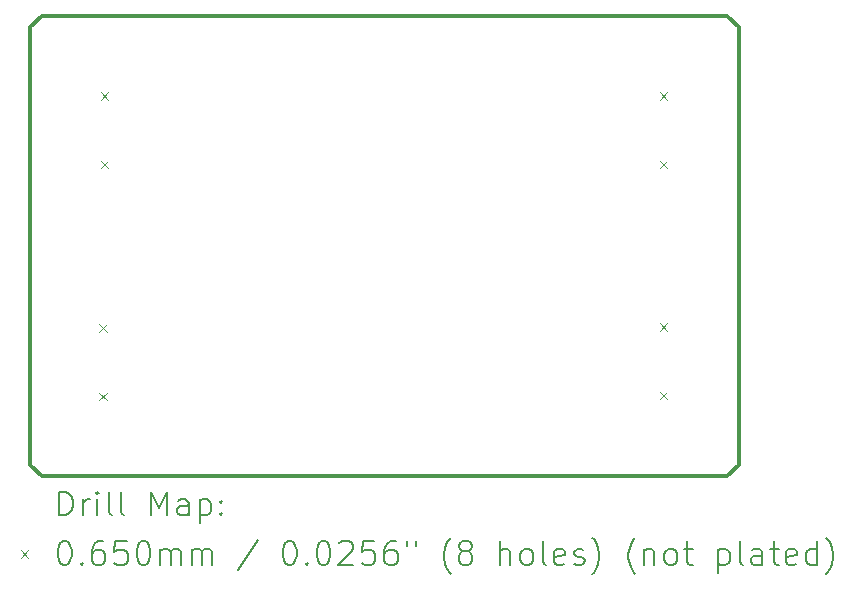
<source format=gbr>
%TF.GenerationSoftware,KiCad,Pcbnew,7.0.7*%
%TF.CreationDate,2023-09-25T17:24:35-05:00*%
%TF.ProjectId,KiVM,4b69564d-2e6b-4696-9361-645f70636258,rev?*%
%TF.SameCoordinates,Original*%
%TF.FileFunction,Drillmap*%
%TF.FilePolarity,Positive*%
%FSLAX45Y45*%
G04 Gerber Fmt 4.5, Leading zero omitted, Abs format (unit mm)*
G04 Created by KiCad (PCBNEW 7.0.7) date 2023-09-25 17:24:35*
%MOMM*%
%LPD*%
G01*
G04 APERTURE LIST*
%ADD10C,0.349999*%
%ADD11C,0.200000*%
%ADD12C,0.065000*%
G04 APERTURE END LIST*
D10*
X11898960Y-13497720D02*
X11898960Y-9797720D01*
X11998960Y-9697720D02*
X17798960Y-9697720D01*
X11998960Y-13597720D02*
X11898960Y-13497720D01*
X11998960Y-9697720D02*
X11898960Y-9797720D01*
X17898960Y-13497720D02*
X17898960Y-9797720D01*
X11998960Y-13597720D02*
X17798960Y-13597720D01*
X17798960Y-13597720D02*
X17898960Y-13497720D01*
X17798960Y-9697720D02*
X17898960Y-9797720D01*
D11*
D12*
X12480700Y-12311900D02*
X12545700Y-12376900D01*
X12545700Y-12311900D02*
X12480700Y-12376900D01*
X12480700Y-12889900D02*
X12545700Y-12954900D01*
X12545700Y-12889900D02*
X12480700Y-12954900D01*
X12493100Y-10346500D02*
X12558100Y-10411500D01*
X12558100Y-10346500D02*
X12493100Y-10411500D01*
X12493100Y-10924500D02*
X12558100Y-10989500D01*
X12558100Y-10924500D02*
X12493100Y-10989500D01*
X17227100Y-10346500D02*
X17292100Y-10411500D01*
X17292100Y-10346500D02*
X17227100Y-10411500D01*
X17227100Y-10924500D02*
X17292100Y-10989500D01*
X17292100Y-10924500D02*
X17227100Y-10989500D01*
X17227100Y-12302300D02*
X17292100Y-12367300D01*
X17292100Y-12302300D02*
X17227100Y-12367300D01*
X17227100Y-12880300D02*
X17292100Y-12945300D01*
X17292100Y-12880300D02*
X17227100Y-12945300D01*
D11*
X12142237Y-13926703D02*
X12142237Y-13726703D01*
X12142237Y-13726703D02*
X12189856Y-13726703D01*
X12189856Y-13726703D02*
X12218427Y-13736227D01*
X12218427Y-13736227D02*
X12237475Y-13755275D01*
X12237475Y-13755275D02*
X12246999Y-13774322D01*
X12246999Y-13774322D02*
X12256523Y-13812418D01*
X12256523Y-13812418D02*
X12256523Y-13840989D01*
X12256523Y-13840989D02*
X12246999Y-13879084D01*
X12246999Y-13879084D02*
X12237475Y-13898132D01*
X12237475Y-13898132D02*
X12218427Y-13917180D01*
X12218427Y-13917180D02*
X12189856Y-13926703D01*
X12189856Y-13926703D02*
X12142237Y-13926703D01*
X12342237Y-13926703D02*
X12342237Y-13793370D01*
X12342237Y-13831465D02*
X12351761Y-13812418D01*
X12351761Y-13812418D02*
X12361284Y-13802894D01*
X12361284Y-13802894D02*
X12380332Y-13793370D01*
X12380332Y-13793370D02*
X12399380Y-13793370D01*
X12466046Y-13926703D02*
X12466046Y-13793370D01*
X12466046Y-13726703D02*
X12456523Y-13736227D01*
X12456523Y-13736227D02*
X12466046Y-13745751D01*
X12466046Y-13745751D02*
X12475570Y-13736227D01*
X12475570Y-13736227D02*
X12466046Y-13726703D01*
X12466046Y-13726703D02*
X12466046Y-13745751D01*
X12589856Y-13926703D02*
X12570808Y-13917180D01*
X12570808Y-13917180D02*
X12561284Y-13898132D01*
X12561284Y-13898132D02*
X12561284Y-13726703D01*
X12694618Y-13926703D02*
X12675570Y-13917180D01*
X12675570Y-13917180D02*
X12666046Y-13898132D01*
X12666046Y-13898132D02*
X12666046Y-13726703D01*
X12923189Y-13926703D02*
X12923189Y-13726703D01*
X12923189Y-13726703D02*
X12989856Y-13869561D01*
X12989856Y-13869561D02*
X13056523Y-13726703D01*
X13056523Y-13726703D02*
X13056523Y-13926703D01*
X13237475Y-13926703D02*
X13237475Y-13821942D01*
X13237475Y-13821942D02*
X13227951Y-13802894D01*
X13227951Y-13802894D02*
X13208904Y-13793370D01*
X13208904Y-13793370D02*
X13170808Y-13793370D01*
X13170808Y-13793370D02*
X13151761Y-13802894D01*
X13237475Y-13917180D02*
X13218427Y-13926703D01*
X13218427Y-13926703D02*
X13170808Y-13926703D01*
X13170808Y-13926703D02*
X13151761Y-13917180D01*
X13151761Y-13917180D02*
X13142237Y-13898132D01*
X13142237Y-13898132D02*
X13142237Y-13879084D01*
X13142237Y-13879084D02*
X13151761Y-13860037D01*
X13151761Y-13860037D02*
X13170808Y-13850513D01*
X13170808Y-13850513D02*
X13218427Y-13850513D01*
X13218427Y-13850513D02*
X13237475Y-13840989D01*
X13332713Y-13793370D02*
X13332713Y-13993370D01*
X13332713Y-13802894D02*
X13351761Y-13793370D01*
X13351761Y-13793370D02*
X13389856Y-13793370D01*
X13389856Y-13793370D02*
X13408904Y-13802894D01*
X13408904Y-13802894D02*
X13418427Y-13812418D01*
X13418427Y-13812418D02*
X13427951Y-13831465D01*
X13427951Y-13831465D02*
X13427951Y-13888608D01*
X13427951Y-13888608D02*
X13418427Y-13907656D01*
X13418427Y-13907656D02*
X13408904Y-13917180D01*
X13408904Y-13917180D02*
X13389856Y-13926703D01*
X13389856Y-13926703D02*
X13351761Y-13926703D01*
X13351761Y-13926703D02*
X13332713Y-13917180D01*
X13513665Y-13907656D02*
X13523189Y-13917180D01*
X13523189Y-13917180D02*
X13513665Y-13926703D01*
X13513665Y-13926703D02*
X13504142Y-13917180D01*
X13504142Y-13917180D02*
X13513665Y-13907656D01*
X13513665Y-13907656D02*
X13513665Y-13926703D01*
X13513665Y-13802894D02*
X13523189Y-13812418D01*
X13523189Y-13812418D02*
X13513665Y-13821942D01*
X13513665Y-13821942D02*
X13504142Y-13812418D01*
X13504142Y-13812418D02*
X13513665Y-13802894D01*
X13513665Y-13802894D02*
X13513665Y-13821942D01*
D12*
X11816460Y-14222720D02*
X11881460Y-14287720D01*
X11881460Y-14222720D02*
X11816460Y-14287720D01*
D11*
X12180332Y-14146703D02*
X12199380Y-14146703D01*
X12199380Y-14146703D02*
X12218427Y-14156227D01*
X12218427Y-14156227D02*
X12227951Y-14165751D01*
X12227951Y-14165751D02*
X12237475Y-14184799D01*
X12237475Y-14184799D02*
X12246999Y-14222894D01*
X12246999Y-14222894D02*
X12246999Y-14270513D01*
X12246999Y-14270513D02*
X12237475Y-14308608D01*
X12237475Y-14308608D02*
X12227951Y-14327656D01*
X12227951Y-14327656D02*
X12218427Y-14337180D01*
X12218427Y-14337180D02*
X12199380Y-14346703D01*
X12199380Y-14346703D02*
X12180332Y-14346703D01*
X12180332Y-14346703D02*
X12161284Y-14337180D01*
X12161284Y-14337180D02*
X12151761Y-14327656D01*
X12151761Y-14327656D02*
X12142237Y-14308608D01*
X12142237Y-14308608D02*
X12132713Y-14270513D01*
X12132713Y-14270513D02*
X12132713Y-14222894D01*
X12132713Y-14222894D02*
X12142237Y-14184799D01*
X12142237Y-14184799D02*
X12151761Y-14165751D01*
X12151761Y-14165751D02*
X12161284Y-14156227D01*
X12161284Y-14156227D02*
X12180332Y-14146703D01*
X12332713Y-14327656D02*
X12342237Y-14337180D01*
X12342237Y-14337180D02*
X12332713Y-14346703D01*
X12332713Y-14346703D02*
X12323189Y-14337180D01*
X12323189Y-14337180D02*
X12332713Y-14327656D01*
X12332713Y-14327656D02*
X12332713Y-14346703D01*
X12513665Y-14146703D02*
X12475570Y-14146703D01*
X12475570Y-14146703D02*
X12456523Y-14156227D01*
X12456523Y-14156227D02*
X12446999Y-14165751D01*
X12446999Y-14165751D02*
X12427951Y-14194322D01*
X12427951Y-14194322D02*
X12418427Y-14232418D01*
X12418427Y-14232418D02*
X12418427Y-14308608D01*
X12418427Y-14308608D02*
X12427951Y-14327656D01*
X12427951Y-14327656D02*
X12437475Y-14337180D01*
X12437475Y-14337180D02*
X12456523Y-14346703D01*
X12456523Y-14346703D02*
X12494618Y-14346703D01*
X12494618Y-14346703D02*
X12513665Y-14337180D01*
X12513665Y-14337180D02*
X12523189Y-14327656D01*
X12523189Y-14327656D02*
X12532713Y-14308608D01*
X12532713Y-14308608D02*
X12532713Y-14260989D01*
X12532713Y-14260989D02*
X12523189Y-14241942D01*
X12523189Y-14241942D02*
X12513665Y-14232418D01*
X12513665Y-14232418D02*
X12494618Y-14222894D01*
X12494618Y-14222894D02*
X12456523Y-14222894D01*
X12456523Y-14222894D02*
X12437475Y-14232418D01*
X12437475Y-14232418D02*
X12427951Y-14241942D01*
X12427951Y-14241942D02*
X12418427Y-14260989D01*
X12713665Y-14146703D02*
X12618427Y-14146703D01*
X12618427Y-14146703D02*
X12608904Y-14241942D01*
X12608904Y-14241942D02*
X12618427Y-14232418D01*
X12618427Y-14232418D02*
X12637475Y-14222894D01*
X12637475Y-14222894D02*
X12685094Y-14222894D01*
X12685094Y-14222894D02*
X12704142Y-14232418D01*
X12704142Y-14232418D02*
X12713665Y-14241942D01*
X12713665Y-14241942D02*
X12723189Y-14260989D01*
X12723189Y-14260989D02*
X12723189Y-14308608D01*
X12723189Y-14308608D02*
X12713665Y-14327656D01*
X12713665Y-14327656D02*
X12704142Y-14337180D01*
X12704142Y-14337180D02*
X12685094Y-14346703D01*
X12685094Y-14346703D02*
X12637475Y-14346703D01*
X12637475Y-14346703D02*
X12618427Y-14337180D01*
X12618427Y-14337180D02*
X12608904Y-14327656D01*
X12846999Y-14146703D02*
X12866046Y-14146703D01*
X12866046Y-14146703D02*
X12885094Y-14156227D01*
X12885094Y-14156227D02*
X12894618Y-14165751D01*
X12894618Y-14165751D02*
X12904142Y-14184799D01*
X12904142Y-14184799D02*
X12913665Y-14222894D01*
X12913665Y-14222894D02*
X12913665Y-14270513D01*
X12913665Y-14270513D02*
X12904142Y-14308608D01*
X12904142Y-14308608D02*
X12894618Y-14327656D01*
X12894618Y-14327656D02*
X12885094Y-14337180D01*
X12885094Y-14337180D02*
X12866046Y-14346703D01*
X12866046Y-14346703D02*
X12846999Y-14346703D01*
X12846999Y-14346703D02*
X12827951Y-14337180D01*
X12827951Y-14337180D02*
X12818427Y-14327656D01*
X12818427Y-14327656D02*
X12808904Y-14308608D01*
X12808904Y-14308608D02*
X12799380Y-14270513D01*
X12799380Y-14270513D02*
X12799380Y-14222894D01*
X12799380Y-14222894D02*
X12808904Y-14184799D01*
X12808904Y-14184799D02*
X12818427Y-14165751D01*
X12818427Y-14165751D02*
X12827951Y-14156227D01*
X12827951Y-14156227D02*
X12846999Y-14146703D01*
X12999380Y-14346703D02*
X12999380Y-14213370D01*
X12999380Y-14232418D02*
X13008904Y-14222894D01*
X13008904Y-14222894D02*
X13027951Y-14213370D01*
X13027951Y-14213370D02*
X13056523Y-14213370D01*
X13056523Y-14213370D02*
X13075570Y-14222894D01*
X13075570Y-14222894D02*
X13085094Y-14241942D01*
X13085094Y-14241942D02*
X13085094Y-14346703D01*
X13085094Y-14241942D02*
X13094618Y-14222894D01*
X13094618Y-14222894D02*
X13113665Y-14213370D01*
X13113665Y-14213370D02*
X13142237Y-14213370D01*
X13142237Y-14213370D02*
X13161285Y-14222894D01*
X13161285Y-14222894D02*
X13170808Y-14241942D01*
X13170808Y-14241942D02*
X13170808Y-14346703D01*
X13266046Y-14346703D02*
X13266046Y-14213370D01*
X13266046Y-14232418D02*
X13275570Y-14222894D01*
X13275570Y-14222894D02*
X13294618Y-14213370D01*
X13294618Y-14213370D02*
X13323189Y-14213370D01*
X13323189Y-14213370D02*
X13342237Y-14222894D01*
X13342237Y-14222894D02*
X13351761Y-14241942D01*
X13351761Y-14241942D02*
X13351761Y-14346703D01*
X13351761Y-14241942D02*
X13361285Y-14222894D01*
X13361285Y-14222894D02*
X13380332Y-14213370D01*
X13380332Y-14213370D02*
X13408904Y-14213370D01*
X13408904Y-14213370D02*
X13427951Y-14222894D01*
X13427951Y-14222894D02*
X13437475Y-14241942D01*
X13437475Y-14241942D02*
X13437475Y-14346703D01*
X13827951Y-14137180D02*
X13656523Y-14394322D01*
X14085094Y-14146703D02*
X14104142Y-14146703D01*
X14104142Y-14146703D02*
X14123189Y-14156227D01*
X14123189Y-14156227D02*
X14132713Y-14165751D01*
X14132713Y-14165751D02*
X14142237Y-14184799D01*
X14142237Y-14184799D02*
X14151761Y-14222894D01*
X14151761Y-14222894D02*
X14151761Y-14270513D01*
X14151761Y-14270513D02*
X14142237Y-14308608D01*
X14142237Y-14308608D02*
X14132713Y-14327656D01*
X14132713Y-14327656D02*
X14123189Y-14337180D01*
X14123189Y-14337180D02*
X14104142Y-14346703D01*
X14104142Y-14346703D02*
X14085094Y-14346703D01*
X14085094Y-14346703D02*
X14066047Y-14337180D01*
X14066047Y-14337180D02*
X14056523Y-14327656D01*
X14056523Y-14327656D02*
X14046999Y-14308608D01*
X14046999Y-14308608D02*
X14037475Y-14270513D01*
X14037475Y-14270513D02*
X14037475Y-14222894D01*
X14037475Y-14222894D02*
X14046999Y-14184799D01*
X14046999Y-14184799D02*
X14056523Y-14165751D01*
X14056523Y-14165751D02*
X14066047Y-14156227D01*
X14066047Y-14156227D02*
X14085094Y-14146703D01*
X14237475Y-14327656D02*
X14246999Y-14337180D01*
X14246999Y-14337180D02*
X14237475Y-14346703D01*
X14237475Y-14346703D02*
X14227951Y-14337180D01*
X14227951Y-14337180D02*
X14237475Y-14327656D01*
X14237475Y-14327656D02*
X14237475Y-14346703D01*
X14370808Y-14146703D02*
X14389856Y-14146703D01*
X14389856Y-14146703D02*
X14408904Y-14156227D01*
X14408904Y-14156227D02*
X14418428Y-14165751D01*
X14418428Y-14165751D02*
X14427951Y-14184799D01*
X14427951Y-14184799D02*
X14437475Y-14222894D01*
X14437475Y-14222894D02*
X14437475Y-14270513D01*
X14437475Y-14270513D02*
X14427951Y-14308608D01*
X14427951Y-14308608D02*
X14418428Y-14327656D01*
X14418428Y-14327656D02*
X14408904Y-14337180D01*
X14408904Y-14337180D02*
X14389856Y-14346703D01*
X14389856Y-14346703D02*
X14370808Y-14346703D01*
X14370808Y-14346703D02*
X14351761Y-14337180D01*
X14351761Y-14337180D02*
X14342237Y-14327656D01*
X14342237Y-14327656D02*
X14332713Y-14308608D01*
X14332713Y-14308608D02*
X14323189Y-14270513D01*
X14323189Y-14270513D02*
X14323189Y-14222894D01*
X14323189Y-14222894D02*
X14332713Y-14184799D01*
X14332713Y-14184799D02*
X14342237Y-14165751D01*
X14342237Y-14165751D02*
X14351761Y-14156227D01*
X14351761Y-14156227D02*
X14370808Y-14146703D01*
X14513666Y-14165751D02*
X14523189Y-14156227D01*
X14523189Y-14156227D02*
X14542237Y-14146703D01*
X14542237Y-14146703D02*
X14589856Y-14146703D01*
X14589856Y-14146703D02*
X14608904Y-14156227D01*
X14608904Y-14156227D02*
X14618428Y-14165751D01*
X14618428Y-14165751D02*
X14627951Y-14184799D01*
X14627951Y-14184799D02*
X14627951Y-14203846D01*
X14627951Y-14203846D02*
X14618428Y-14232418D01*
X14618428Y-14232418D02*
X14504142Y-14346703D01*
X14504142Y-14346703D02*
X14627951Y-14346703D01*
X14808904Y-14146703D02*
X14713666Y-14146703D01*
X14713666Y-14146703D02*
X14704142Y-14241942D01*
X14704142Y-14241942D02*
X14713666Y-14232418D01*
X14713666Y-14232418D02*
X14732713Y-14222894D01*
X14732713Y-14222894D02*
X14780332Y-14222894D01*
X14780332Y-14222894D02*
X14799380Y-14232418D01*
X14799380Y-14232418D02*
X14808904Y-14241942D01*
X14808904Y-14241942D02*
X14818428Y-14260989D01*
X14818428Y-14260989D02*
X14818428Y-14308608D01*
X14818428Y-14308608D02*
X14808904Y-14327656D01*
X14808904Y-14327656D02*
X14799380Y-14337180D01*
X14799380Y-14337180D02*
X14780332Y-14346703D01*
X14780332Y-14346703D02*
X14732713Y-14346703D01*
X14732713Y-14346703D02*
X14713666Y-14337180D01*
X14713666Y-14337180D02*
X14704142Y-14327656D01*
X14989856Y-14146703D02*
X14951761Y-14146703D01*
X14951761Y-14146703D02*
X14932713Y-14156227D01*
X14932713Y-14156227D02*
X14923189Y-14165751D01*
X14923189Y-14165751D02*
X14904142Y-14194322D01*
X14904142Y-14194322D02*
X14894618Y-14232418D01*
X14894618Y-14232418D02*
X14894618Y-14308608D01*
X14894618Y-14308608D02*
X14904142Y-14327656D01*
X14904142Y-14327656D02*
X14913666Y-14337180D01*
X14913666Y-14337180D02*
X14932713Y-14346703D01*
X14932713Y-14346703D02*
X14970809Y-14346703D01*
X14970809Y-14346703D02*
X14989856Y-14337180D01*
X14989856Y-14337180D02*
X14999380Y-14327656D01*
X14999380Y-14327656D02*
X15008904Y-14308608D01*
X15008904Y-14308608D02*
X15008904Y-14260989D01*
X15008904Y-14260989D02*
X14999380Y-14241942D01*
X14999380Y-14241942D02*
X14989856Y-14232418D01*
X14989856Y-14232418D02*
X14970809Y-14222894D01*
X14970809Y-14222894D02*
X14932713Y-14222894D01*
X14932713Y-14222894D02*
X14913666Y-14232418D01*
X14913666Y-14232418D02*
X14904142Y-14241942D01*
X14904142Y-14241942D02*
X14894618Y-14260989D01*
X15085094Y-14146703D02*
X15085094Y-14184799D01*
X15161285Y-14146703D02*
X15161285Y-14184799D01*
X15456523Y-14422894D02*
X15446999Y-14413370D01*
X15446999Y-14413370D02*
X15427951Y-14384799D01*
X15427951Y-14384799D02*
X15418428Y-14365751D01*
X15418428Y-14365751D02*
X15408904Y-14337180D01*
X15408904Y-14337180D02*
X15399380Y-14289561D01*
X15399380Y-14289561D02*
X15399380Y-14251465D01*
X15399380Y-14251465D02*
X15408904Y-14203846D01*
X15408904Y-14203846D02*
X15418428Y-14175275D01*
X15418428Y-14175275D02*
X15427951Y-14156227D01*
X15427951Y-14156227D02*
X15446999Y-14127656D01*
X15446999Y-14127656D02*
X15456523Y-14118132D01*
X15561285Y-14232418D02*
X15542237Y-14222894D01*
X15542237Y-14222894D02*
X15532713Y-14213370D01*
X15532713Y-14213370D02*
X15523190Y-14194322D01*
X15523190Y-14194322D02*
X15523190Y-14184799D01*
X15523190Y-14184799D02*
X15532713Y-14165751D01*
X15532713Y-14165751D02*
X15542237Y-14156227D01*
X15542237Y-14156227D02*
X15561285Y-14146703D01*
X15561285Y-14146703D02*
X15599380Y-14146703D01*
X15599380Y-14146703D02*
X15618428Y-14156227D01*
X15618428Y-14156227D02*
X15627951Y-14165751D01*
X15627951Y-14165751D02*
X15637475Y-14184799D01*
X15637475Y-14184799D02*
X15637475Y-14194322D01*
X15637475Y-14194322D02*
X15627951Y-14213370D01*
X15627951Y-14213370D02*
X15618428Y-14222894D01*
X15618428Y-14222894D02*
X15599380Y-14232418D01*
X15599380Y-14232418D02*
X15561285Y-14232418D01*
X15561285Y-14232418D02*
X15542237Y-14241942D01*
X15542237Y-14241942D02*
X15532713Y-14251465D01*
X15532713Y-14251465D02*
X15523190Y-14270513D01*
X15523190Y-14270513D02*
X15523190Y-14308608D01*
X15523190Y-14308608D02*
X15532713Y-14327656D01*
X15532713Y-14327656D02*
X15542237Y-14337180D01*
X15542237Y-14337180D02*
X15561285Y-14346703D01*
X15561285Y-14346703D02*
X15599380Y-14346703D01*
X15599380Y-14346703D02*
X15618428Y-14337180D01*
X15618428Y-14337180D02*
X15627951Y-14327656D01*
X15627951Y-14327656D02*
X15637475Y-14308608D01*
X15637475Y-14308608D02*
X15637475Y-14270513D01*
X15637475Y-14270513D02*
X15627951Y-14251465D01*
X15627951Y-14251465D02*
X15618428Y-14241942D01*
X15618428Y-14241942D02*
X15599380Y-14232418D01*
X15875571Y-14346703D02*
X15875571Y-14146703D01*
X15961285Y-14346703D02*
X15961285Y-14241942D01*
X15961285Y-14241942D02*
X15951761Y-14222894D01*
X15951761Y-14222894D02*
X15932713Y-14213370D01*
X15932713Y-14213370D02*
X15904142Y-14213370D01*
X15904142Y-14213370D02*
X15885094Y-14222894D01*
X15885094Y-14222894D02*
X15875571Y-14232418D01*
X16085094Y-14346703D02*
X16066047Y-14337180D01*
X16066047Y-14337180D02*
X16056523Y-14327656D01*
X16056523Y-14327656D02*
X16046999Y-14308608D01*
X16046999Y-14308608D02*
X16046999Y-14251465D01*
X16046999Y-14251465D02*
X16056523Y-14232418D01*
X16056523Y-14232418D02*
X16066047Y-14222894D01*
X16066047Y-14222894D02*
X16085094Y-14213370D01*
X16085094Y-14213370D02*
X16113666Y-14213370D01*
X16113666Y-14213370D02*
X16132713Y-14222894D01*
X16132713Y-14222894D02*
X16142237Y-14232418D01*
X16142237Y-14232418D02*
X16151761Y-14251465D01*
X16151761Y-14251465D02*
X16151761Y-14308608D01*
X16151761Y-14308608D02*
X16142237Y-14327656D01*
X16142237Y-14327656D02*
X16132713Y-14337180D01*
X16132713Y-14337180D02*
X16113666Y-14346703D01*
X16113666Y-14346703D02*
X16085094Y-14346703D01*
X16266047Y-14346703D02*
X16246999Y-14337180D01*
X16246999Y-14337180D02*
X16237475Y-14318132D01*
X16237475Y-14318132D02*
X16237475Y-14146703D01*
X16418428Y-14337180D02*
X16399380Y-14346703D01*
X16399380Y-14346703D02*
X16361285Y-14346703D01*
X16361285Y-14346703D02*
X16342237Y-14337180D01*
X16342237Y-14337180D02*
X16332713Y-14318132D01*
X16332713Y-14318132D02*
X16332713Y-14241942D01*
X16332713Y-14241942D02*
X16342237Y-14222894D01*
X16342237Y-14222894D02*
X16361285Y-14213370D01*
X16361285Y-14213370D02*
X16399380Y-14213370D01*
X16399380Y-14213370D02*
X16418428Y-14222894D01*
X16418428Y-14222894D02*
X16427952Y-14241942D01*
X16427952Y-14241942D02*
X16427952Y-14260989D01*
X16427952Y-14260989D02*
X16332713Y-14280037D01*
X16504142Y-14337180D02*
X16523190Y-14346703D01*
X16523190Y-14346703D02*
X16561285Y-14346703D01*
X16561285Y-14346703D02*
X16580333Y-14337180D01*
X16580333Y-14337180D02*
X16589856Y-14318132D01*
X16589856Y-14318132D02*
X16589856Y-14308608D01*
X16589856Y-14308608D02*
X16580333Y-14289561D01*
X16580333Y-14289561D02*
X16561285Y-14280037D01*
X16561285Y-14280037D02*
X16532713Y-14280037D01*
X16532713Y-14280037D02*
X16513666Y-14270513D01*
X16513666Y-14270513D02*
X16504142Y-14251465D01*
X16504142Y-14251465D02*
X16504142Y-14241942D01*
X16504142Y-14241942D02*
X16513666Y-14222894D01*
X16513666Y-14222894D02*
X16532713Y-14213370D01*
X16532713Y-14213370D02*
X16561285Y-14213370D01*
X16561285Y-14213370D02*
X16580333Y-14222894D01*
X16656523Y-14422894D02*
X16666047Y-14413370D01*
X16666047Y-14413370D02*
X16685094Y-14384799D01*
X16685094Y-14384799D02*
X16694618Y-14365751D01*
X16694618Y-14365751D02*
X16704142Y-14337180D01*
X16704142Y-14337180D02*
X16713666Y-14289561D01*
X16713666Y-14289561D02*
X16713666Y-14251465D01*
X16713666Y-14251465D02*
X16704142Y-14203846D01*
X16704142Y-14203846D02*
X16694618Y-14175275D01*
X16694618Y-14175275D02*
X16685094Y-14156227D01*
X16685094Y-14156227D02*
X16666047Y-14127656D01*
X16666047Y-14127656D02*
X16656523Y-14118132D01*
X17018428Y-14422894D02*
X17008904Y-14413370D01*
X17008904Y-14413370D02*
X16989856Y-14384799D01*
X16989856Y-14384799D02*
X16980333Y-14365751D01*
X16980333Y-14365751D02*
X16970809Y-14337180D01*
X16970809Y-14337180D02*
X16961285Y-14289561D01*
X16961285Y-14289561D02*
X16961285Y-14251465D01*
X16961285Y-14251465D02*
X16970809Y-14203846D01*
X16970809Y-14203846D02*
X16980333Y-14175275D01*
X16980333Y-14175275D02*
X16989856Y-14156227D01*
X16989856Y-14156227D02*
X17008904Y-14127656D01*
X17008904Y-14127656D02*
X17018428Y-14118132D01*
X17094618Y-14213370D02*
X17094618Y-14346703D01*
X17094618Y-14232418D02*
X17104142Y-14222894D01*
X17104142Y-14222894D02*
X17123190Y-14213370D01*
X17123190Y-14213370D02*
X17151761Y-14213370D01*
X17151761Y-14213370D02*
X17170809Y-14222894D01*
X17170809Y-14222894D02*
X17180333Y-14241942D01*
X17180333Y-14241942D02*
X17180333Y-14346703D01*
X17304142Y-14346703D02*
X17285095Y-14337180D01*
X17285095Y-14337180D02*
X17275571Y-14327656D01*
X17275571Y-14327656D02*
X17266047Y-14308608D01*
X17266047Y-14308608D02*
X17266047Y-14251465D01*
X17266047Y-14251465D02*
X17275571Y-14232418D01*
X17275571Y-14232418D02*
X17285095Y-14222894D01*
X17285095Y-14222894D02*
X17304142Y-14213370D01*
X17304142Y-14213370D02*
X17332714Y-14213370D01*
X17332714Y-14213370D02*
X17351761Y-14222894D01*
X17351761Y-14222894D02*
X17361285Y-14232418D01*
X17361285Y-14232418D02*
X17370809Y-14251465D01*
X17370809Y-14251465D02*
X17370809Y-14308608D01*
X17370809Y-14308608D02*
X17361285Y-14327656D01*
X17361285Y-14327656D02*
X17351761Y-14337180D01*
X17351761Y-14337180D02*
X17332714Y-14346703D01*
X17332714Y-14346703D02*
X17304142Y-14346703D01*
X17427952Y-14213370D02*
X17504142Y-14213370D01*
X17456523Y-14146703D02*
X17456523Y-14318132D01*
X17456523Y-14318132D02*
X17466047Y-14337180D01*
X17466047Y-14337180D02*
X17485095Y-14346703D01*
X17485095Y-14346703D02*
X17504142Y-14346703D01*
X17723190Y-14213370D02*
X17723190Y-14413370D01*
X17723190Y-14222894D02*
X17742237Y-14213370D01*
X17742237Y-14213370D02*
X17780333Y-14213370D01*
X17780333Y-14213370D02*
X17799380Y-14222894D01*
X17799380Y-14222894D02*
X17808904Y-14232418D01*
X17808904Y-14232418D02*
X17818428Y-14251465D01*
X17818428Y-14251465D02*
X17818428Y-14308608D01*
X17818428Y-14308608D02*
X17808904Y-14327656D01*
X17808904Y-14327656D02*
X17799380Y-14337180D01*
X17799380Y-14337180D02*
X17780333Y-14346703D01*
X17780333Y-14346703D02*
X17742237Y-14346703D01*
X17742237Y-14346703D02*
X17723190Y-14337180D01*
X17932714Y-14346703D02*
X17913666Y-14337180D01*
X17913666Y-14337180D02*
X17904142Y-14318132D01*
X17904142Y-14318132D02*
X17904142Y-14146703D01*
X18094618Y-14346703D02*
X18094618Y-14241942D01*
X18094618Y-14241942D02*
X18085095Y-14222894D01*
X18085095Y-14222894D02*
X18066047Y-14213370D01*
X18066047Y-14213370D02*
X18027952Y-14213370D01*
X18027952Y-14213370D02*
X18008904Y-14222894D01*
X18094618Y-14337180D02*
X18075571Y-14346703D01*
X18075571Y-14346703D02*
X18027952Y-14346703D01*
X18027952Y-14346703D02*
X18008904Y-14337180D01*
X18008904Y-14337180D02*
X17999380Y-14318132D01*
X17999380Y-14318132D02*
X17999380Y-14299084D01*
X17999380Y-14299084D02*
X18008904Y-14280037D01*
X18008904Y-14280037D02*
X18027952Y-14270513D01*
X18027952Y-14270513D02*
X18075571Y-14270513D01*
X18075571Y-14270513D02*
X18094618Y-14260989D01*
X18161285Y-14213370D02*
X18237476Y-14213370D01*
X18189857Y-14146703D02*
X18189857Y-14318132D01*
X18189857Y-14318132D02*
X18199380Y-14337180D01*
X18199380Y-14337180D02*
X18218428Y-14346703D01*
X18218428Y-14346703D02*
X18237476Y-14346703D01*
X18380333Y-14337180D02*
X18361285Y-14346703D01*
X18361285Y-14346703D02*
X18323190Y-14346703D01*
X18323190Y-14346703D02*
X18304142Y-14337180D01*
X18304142Y-14337180D02*
X18294618Y-14318132D01*
X18294618Y-14318132D02*
X18294618Y-14241942D01*
X18294618Y-14241942D02*
X18304142Y-14222894D01*
X18304142Y-14222894D02*
X18323190Y-14213370D01*
X18323190Y-14213370D02*
X18361285Y-14213370D01*
X18361285Y-14213370D02*
X18380333Y-14222894D01*
X18380333Y-14222894D02*
X18389857Y-14241942D01*
X18389857Y-14241942D02*
X18389857Y-14260989D01*
X18389857Y-14260989D02*
X18294618Y-14280037D01*
X18561285Y-14346703D02*
X18561285Y-14146703D01*
X18561285Y-14337180D02*
X18542238Y-14346703D01*
X18542238Y-14346703D02*
X18504142Y-14346703D01*
X18504142Y-14346703D02*
X18485095Y-14337180D01*
X18485095Y-14337180D02*
X18475571Y-14327656D01*
X18475571Y-14327656D02*
X18466047Y-14308608D01*
X18466047Y-14308608D02*
X18466047Y-14251465D01*
X18466047Y-14251465D02*
X18475571Y-14232418D01*
X18475571Y-14232418D02*
X18485095Y-14222894D01*
X18485095Y-14222894D02*
X18504142Y-14213370D01*
X18504142Y-14213370D02*
X18542238Y-14213370D01*
X18542238Y-14213370D02*
X18561285Y-14222894D01*
X18637476Y-14422894D02*
X18646999Y-14413370D01*
X18646999Y-14413370D02*
X18666047Y-14384799D01*
X18666047Y-14384799D02*
X18675571Y-14365751D01*
X18675571Y-14365751D02*
X18685095Y-14337180D01*
X18685095Y-14337180D02*
X18694618Y-14289561D01*
X18694618Y-14289561D02*
X18694618Y-14251465D01*
X18694618Y-14251465D02*
X18685095Y-14203846D01*
X18685095Y-14203846D02*
X18675571Y-14175275D01*
X18675571Y-14175275D02*
X18666047Y-14156227D01*
X18666047Y-14156227D02*
X18646999Y-14127656D01*
X18646999Y-14127656D02*
X18637476Y-14118132D01*
M02*

</source>
